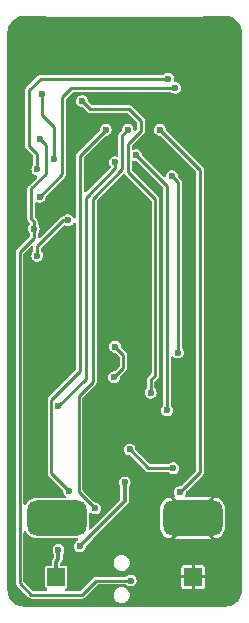
<source format=gbl>
%TF.GenerationSoftware,KiCad,Pcbnew,7.0.1*%
%TF.CreationDate,2023-04-06T09:57:02+02:00*%
%TF.ProjectId,OBJEX-DoorSensor_v1.2,4f424a45-582d-4446-9f6f-7253656e736f,1.2*%
%TF.SameCoordinates,Original*%
%TF.FileFunction,Copper,L2,Bot*%
%TF.FilePolarity,Positive*%
%FSLAX46Y46*%
G04 Gerber Fmt 4.6, Leading zero omitted, Abs format (unit mm)*
G04 Created by KiCad (PCBNEW 7.0.1) date 2023-04-06 09:57:02*
%MOMM*%
%LPD*%
G01*
G04 APERTURE LIST*
G04 Aperture macros list*
%AMRoundRect*
0 Rectangle with rounded corners*
0 $1 Rounding radius*
0 $2 $3 $4 $5 $6 $7 $8 $9 X,Y pos of 4 corners*
0 Add a 4 corners polygon primitive as box body*
4,1,4,$2,$3,$4,$5,$6,$7,$8,$9,$2,$3,0*
0 Add four circle primitives for the rounded corners*
1,1,$1+$1,$2,$3*
1,1,$1+$1,$4,$5*
1,1,$1+$1,$6,$7*
1,1,$1+$1,$8,$9*
0 Add four rect primitives between the rounded corners*
20,1,$1+$1,$2,$3,$4,$5,0*
20,1,$1+$1,$4,$5,$6,$7,0*
20,1,$1+$1,$6,$7,$8,$9,0*
20,1,$1+$1,$8,$9,$2,$3,0*%
G04 Aperture macros list end*
%TA.AperFunction,ComponentPad*%
%ADD10RoundRect,0.750000X-1.750000X-0.750000X1.750000X-0.750000X1.750000X0.750000X-1.750000X0.750000X0*%
%TD*%
%TA.AperFunction,SMDPad,CuDef*%
%ADD11R,1.500000X1.500000*%
%TD*%
%TA.AperFunction,ViaPad*%
%ADD12C,0.600000*%
%TD*%
%TA.AperFunction,Conductor*%
%ADD13C,0.250000*%
%TD*%
%TA.AperFunction,Conductor*%
%ADD14C,0.300000*%
%TD*%
G04 APERTURE END LIST*
D10*
%TO.P,U1,1,-*%
%TO.N,GND*%
X150750000Y-117600000D03*
%TD*%
%TO.P,U10,1,+*%
%TO.N,Net-(D5-A)*%
X139250000Y-117600000D03*
%TD*%
D11*
%TO.P,TP1,1,1*%
%TO.N,Net-(D5-A)*%
X139200000Y-122600000D03*
%TD*%
%TO.P,TP2,1,1*%
%TO.N,GND*%
X150800000Y-122600000D03*
%TD*%
D12*
%TO.N,GND*%
X146500000Y-109250000D03*
X145750000Y-109250000D03*
X145000000Y-109250000D03*
X144000000Y-120000000D03*
X145000000Y-120000000D03*
X146000000Y-120000000D03*
X145000000Y-117250000D03*
X150500000Y-108000000D03*
X150500000Y-108750000D03*
X150500000Y-109500000D03*
X149750000Y-109500000D03*
X150500000Y-96000000D03*
X150500000Y-95000000D03*
X150500000Y-94000000D03*
X150500000Y-93000000D03*
X150500000Y-92000000D03*
X145500000Y-93250000D03*
X146250000Y-93250000D03*
X140500000Y-93250000D03*
X149750000Y-83250000D03*
X148950000Y-84050000D03*
X149750000Y-84050000D03*
X149000000Y-77000000D03*
X148000000Y-77000000D03*
X147000000Y-77000000D03*
X146000000Y-77000000D03*
X145000000Y-77000000D03*
X144000000Y-77000000D03*
X143000000Y-77000000D03*
X142000000Y-77000000D03*
X141000000Y-77000000D03*
X147000000Y-120000000D03*
X147000000Y-119000000D03*
X147000000Y-118000000D03*
X138000000Y-115000000D03*
X137000000Y-115000000D03*
X137000000Y-114000000D03*
X137000000Y-112000000D03*
X138000000Y-111000000D03*
X137000000Y-111000000D03*
X137000000Y-104000000D03*
X137000000Y-103000000D03*
X137000000Y-102000000D03*
X136000000Y-77000000D03*
X137000000Y-77000000D03*
X137000000Y-76000000D03*
X154000000Y-124000000D03*
X154000000Y-123000000D03*
X154000000Y-122000000D03*
X154000000Y-121000000D03*
X154000000Y-120000000D03*
X153000000Y-87000000D03*
X154000000Y-85000000D03*
X154000000Y-86000000D03*
X153000000Y-86000000D03*
X153000000Y-85000000D03*
X153000000Y-96000000D03*
X153000000Y-95000000D03*
X153000000Y-94000000D03*
X153000000Y-93000000D03*
X153000000Y-92000000D03*
%TO.N,/Microcontroller + WiFi-BLE/EN*%
X137300000Y-93100000D03*
X137800000Y-85500000D03*
X145500000Y-122900000D03*
%TO.N,GND*%
X139100000Y-104000000D03*
X143200000Y-95100000D03*
X142400000Y-111500000D03*
X140400000Y-84000000D03*
X143200000Y-99400000D03*
X146500000Y-97600000D03*
X141200000Y-84000000D03*
X140400000Y-83200000D03*
X145700000Y-104900000D03*
X139100000Y-102600000D03*
X144200000Y-104600000D03*
X142500000Y-87600000D03*
X139100000Y-103300000D03*
X142769690Y-107855149D03*
X142500000Y-86900000D03*
X144000000Y-97900000D03*
X144700000Y-97900000D03*
%TO.N,+3V3*%
X148997587Y-88673700D03*
X149500000Y-103600000D03*
%TO.N,/Microcontroller + WiFi-BLE/BATT_LVL*%
X147200000Y-107000000D03*
X141400000Y-82300000D03*
%TO.N,+BATT*%
X141200000Y-120000000D03*
X145000000Y-114600000D03*
%TO.N,Net-(D5-A)*%
X139400000Y-120300000D03*
%TO.N,/Microcontroller + WiFi-BLE/AUTO_TURN_OFF*%
X144200000Y-87500000D03*
X139400000Y-108100000D03*
%TO.N,/Microcontroller + WiFi-BLE/GPIO2*%
X139000000Y-87200000D03*
X138000000Y-81700000D03*
%TO.N,/Microcontroller + WiFi-BLE/LED_RED*%
X149700000Y-115400000D03*
X148000000Y-84750000D03*
%TO.N,Net-(U2-EN)*%
X144100000Y-105700000D03*
X144200000Y-103100000D03*
%TO.N,Net-(U3-OUT)*%
X149100000Y-113400000D03*
X145413902Y-111801883D03*
%TO.N,/Microcontroller + WiFi-BLE/IN_STATUS*%
X146000000Y-86900000D03*
X148600000Y-108500000D03*
%TO.N,/Microcontroller + WiFi-BLE/LED_GREEN*%
X143400000Y-84750000D03*
X140300000Y-115300000D03*
%TO.N,/Microcontroller + WiFi-BLE/LED_BLUE*%
X142500000Y-116800000D03*
X145250000Y-84750000D03*
%TO.N,/Microcontroller + WiFi-BLE/TX{slash}GPIO21*%
X148700000Y-80400000D03*
X137600000Y-88100000D03*
%TO.N,/Microcontroller + WiFi-BLE/RX{slash}GPIO20*%
X137800000Y-90400000D03*
X149300000Y-81200000D03*
%TO.N,/Microcontroller + WiFi-BLE/DTR{slash}GPIO9*%
X140200000Y-92400000D03*
X137600000Y-95400000D03*
%TD*%
D13*
%TO.N,/Microcontroller + WiFi-BLE/LED_BLUE*%
X144800000Y-88100000D02*
X144800000Y-85200000D01*
X142300000Y-90600000D02*
X144800000Y-88100000D01*
X142300000Y-106100000D02*
X142300000Y-90600000D01*
X144800000Y-85200000D02*
X145250000Y-84750000D01*
X142500000Y-116800000D02*
X141100000Y-115400000D01*
X141100000Y-115400000D02*
X141100000Y-107300000D01*
X141100000Y-107300000D02*
X142300000Y-106100000D01*
%TO.N,/Microcontroller + WiFi-BLE/LED_RED*%
X151400000Y-88150000D02*
X148000000Y-84750000D01*
X149700000Y-115400000D02*
X151400000Y-113700000D01*
X151400000Y-113700000D02*
X151400000Y-88150000D01*
%TO.N,/Microcontroller + WiFi-BLE/LED_GREEN*%
X138800000Y-107600000D02*
X141200000Y-105200000D01*
X138800000Y-113800000D02*
X138800000Y-107600000D01*
X140300000Y-115300000D02*
X138800000Y-113800000D01*
X141200000Y-105200000D02*
X141200000Y-86950000D01*
X141200000Y-86950000D02*
X143400000Y-84750000D01*
%TO.N,/Microcontroller + WiFi-BLE/EN*%
X138300000Y-88500000D02*
X137100000Y-89700000D01*
X137100000Y-92300000D02*
X137300000Y-92500000D01*
X141400000Y-124100000D02*
X142600000Y-122900000D01*
X137300000Y-92500000D02*
X137300000Y-93100000D01*
X137300000Y-93900000D02*
X136100000Y-95100000D01*
X138300000Y-86000000D02*
X138300000Y-88500000D01*
X137100000Y-89700000D02*
X137100000Y-92300000D01*
X136100000Y-95100000D02*
X136100000Y-123100000D01*
X137100000Y-124100000D02*
X141400000Y-124100000D01*
X136100000Y-123100000D02*
X137100000Y-124100000D01*
X137300000Y-93100000D02*
X137300000Y-93900000D01*
X137800000Y-85500000D02*
X138300000Y-86000000D01*
X142600000Y-122900000D02*
X145500000Y-122900000D01*
%TO.N,+3V3*%
X148997587Y-88673700D02*
X149500000Y-89176113D01*
X149500000Y-89176113D02*
X149500000Y-103600000D01*
%TO.N,/Microcontroller + WiFi-BLE/BATT_LVL*%
X147200000Y-107000000D02*
X147200000Y-105900000D01*
X145400000Y-83000000D02*
X142100000Y-83000000D01*
X146400000Y-84800000D02*
X146400000Y-84000000D01*
X147600000Y-105500000D02*
X147600000Y-90600000D01*
X146400000Y-84000000D02*
X145400000Y-83000000D01*
X145300000Y-88300000D02*
X145300000Y-85900000D01*
X145300000Y-85900000D02*
X146400000Y-84800000D01*
X147600000Y-90600000D02*
X145300000Y-88300000D01*
X147200000Y-105900000D02*
X147600000Y-105500000D01*
X142100000Y-83000000D02*
X141400000Y-82300000D01*
D14*
%TO.N,+BATT*%
X141200000Y-120000000D02*
X145000000Y-116200000D01*
X145000000Y-116200000D02*
X145000000Y-114600000D01*
%TO.N,Net-(D5-A)*%
X139200000Y-122600000D02*
X139200000Y-121300000D01*
X139400000Y-121100000D02*
X139400000Y-120300000D01*
X139200000Y-121300000D02*
X139400000Y-121100000D01*
D13*
%TO.N,/Microcontroller + WiFi-BLE/AUTO_TURN_OFF*%
X141700000Y-105800000D02*
X141700000Y-98400000D01*
X141700000Y-98400000D02*
X141700000Y-90500000D01*
X144200000Y-88000000D02*
X144200000Y-87500000D01*
X139400000Y-108100000D02*
X141700000Y-105800000D01*
X141700000Y-90500000D02*
X144200000Y-88000000D01*
%TO.N,/Microcontroller + WiFi-BLE/GPIO2*%
X139000000Y-84500000D02*
X138000000Y-83500000D01*
X138000000Y-83500000D02*
X138000000Y-81700000D01*
X139000000Y-84500000D02*
X139000000Y-87200000D01*
%TO.N,Net-(U2-EN)*%
X144900000Y-103800000D02*
X144200000Y-103100000D01*
X144100000Y-105700000D02*
X144900000Y-104900000D01*
X144900000Y-104900000D02*
X144900000Y-103800000D01*
%TO.N,Net-(U3-OUT)*%
X149100000Y-113400000D02*
X147012019Y-113400000D01*
X147012019Y-113400000D02*
X145413902Y-111801883D01*
%TO.N,/Microcontroller + WiFi-BLE/IN_STATUS*%
X148598086Y-108542685D02*
X148598086Y-89498086D01*
X148598086Y-89498086D02*
X146000000Y-86900000D01*
%TO.N,/Microcontroller + WiFi-BLE/TX{slash}GPIO21*%
X137600000Y-86800000D02*
X136900000Y-86100000D01*
X136900000Y-81400000D02*
X137900000Y-80400000D01*
X137900000Y-80400000D02*
X148700000Y-80400000D01*
X136900000Y-86100000D02*
X136900000Y-81400000D01*
X137600000Y-88100000D02*
X137600000Y-86800000D01*
%TO.N,/Microcontroller + WiFi-BLE/RX{slash}GPIO20*%
X139700000Y-88500000D02*
X137800000Y-90400000D01*
X140500000Y-81200000D02*
X139700000Y-82000000D01*
X149300000Y-81200000D02*
X140500000Y-81200000D01*
X139700000Y-82000000D02*
X139700000Y-88500000D01*
%TO.N,/Microcontroller + WiFi-BLE/DTR{slash}GPIO9*%
X137600000Y-94600000D02*
X139800000Y-92400000D01*
X139800000Y-92400000D02*
X140200000Y-92400000D01*
X137600000Y-95400000D02*
X137600000Y-94600000D01*
%TD*%
%TA.AperFunction,Conductor*%
%TO.N,GND*%
G36*
X140808367Y-92588219D02*
G01*
X140856687Y-92633856D01*
X140874500Y-92697889D01*
X140874500Y-105013812D01*
X140865061Y-105061265D01*
X140838181Y-105101493D01*
X138583714Y-107355958D01*
X138575741Y-107363264D01*
X138546806Y-107387544D01*
X138527914Y-107420264D01*
X138522106Y-107429380D01*
X138499831Y-107461193D01*
X138489597Y-107485899D01*
X138482852Y-107524148D01*
X138480512Y-107534704D01*
X138470735Y-107571192D01*
X138474028Y-107608820D01*
X138474500Y-107619628D01*
X138474500Y-113780372D01*
X138474028Y-113791180D01*
X138470735Y-113828807D01*
X138480512Y-113865296D01*
X138482853Y-113875852D01*
X138489599Y-113914107D01*
X138499829Y-113938803D01*
X138500446Y-113939684D01*
X138522112Y-113970627D01*
X138527915Y-113979736D01*
X138546806Y-114012455D01*
X138575742Y-114036735D01*
X138583718Y-114044044D01*
X139757559Y-115217886D01*
X139780762Y-115250063D01*
X139792616Y-115287920D01*
X139814834Y-115442457D01*
X139874623Y-115573374D01*
X139979403Y-115694298D01*
X140008428Y-115757854D01*
X139998484Y-115827012D01*
X139952729Y-115879816D01*
X139885690Y-115899500D01*
X137444862Y-115899500D01*
X137331448Y-115909583D01*
X137290100Y-115921414D01*
X137145594Y-115962762D01*
X137053779Y-116010723D01*
X136974249Y-116052266D01*
X136824429Y-116174429D01*
X136702266Y-116324249D01*
X136659407Y-116406297D01*
X136615091Y-116454116D01*
X136552641Y-116472844D01*
X136489322Y-116457303D01*
X136442640Y-116411789D01*
X136425500Y-116348884D01*
X136425500Y-95286188D01*
X136434939Y-95238735D01*
X136461819Y-95198507D01*
X137062819Y-94597507D01*
X137112182Y-94567257D01*
X137169898Y-94562715D01*
X137223385Y-94584870D01*
X137260985Y-94628893D01*
X137274500Y-94685188D01*
X137274500Y-94965112D01*
X137266682Y-95008445D01*
X137244213Y-95046314D01*
X137174623Y-95126625D01*
X137114834Y-95257542D01*
X137094353Y-95399999D01*
X137114834Y-95542457D01*
X137174623Y-95673374D01*
X137268870Y-95782141D01*
X137268872Y-95782143D01*
X137389947Y-95859953D01*
X137528039Y-95900500D01*
X137671961Y-95900500D01*
X137810053Y-95859953D01*
X137931128Y-95782143D01*
X138025377Y-95673373D01*
X138085165Y-95542457D01*
X138105647Y-95400000D01*
X138085165Y-95257543D01*
X138074790Y-95234826D01*
X138025376Y-95126625D01*
X137955787Y-95046314D01*
X137933318Y-95008445D01*
X137925500Y-94965112D01*
X137925500Y-94786188D01*
X137934939Y-94738735D01*
X137961819Y-94698507D01*
X138300540Y-94359786D01*
X139803883Y-92856441D01*
X139851005Y-92826944D01*
X139906283Y-92821001D01*
X139958600Y-92839807D01*
X139989947Y-92859953D01*
X140128039Y-92900500D01*
X140271961Y-92900500D01*
X140410053Y-92859953D01*
X140531128Y-92782143D01*
X140625377Y-92673373D01*
X140637705Y-92646377D01*
X140680509Y-92595530D01*
X140743421Y-92574091D01*
X140808367Y-92588219D01*
G37*
%TD.AperFunction*%
%TA.AperFunction,Conductor*%
G36*
X138338000Y-75092113D02*
G01*
X138383387Y-75137500D01*
X138400000Y-75199500D01*
X138400000Y-75200000D01*
X151600000Y-75200000D01*
X151600000Y-75199500D01*
X151616613Y-75137500D01*
X151662000Y-75092113D01*
X151724000Y-75075500D01*
X153475469Y-75075500D01*
X153495125Y-75075500D01*
X153504853Y-75075881D01*
X153713117Y-75092272D01*
X153732326Y-75095315D01*
X153930712Y-75142943D01*
X153949204Y-75148951D01*
X154099740Y-75211305D01*
X154137694Y-75227027D01*
X154155024Y-75235856D01*
X154328990Y-75342463D01*
X154344714Y-75353887D01*
X154499865Y-75486398D01*
X154513601Y-75500134D01*
X154646110Y-75655283D01*
X154657538Y-75671011D01*
X154764139Y-75844968D01*
X154772972Y-75862305D01*
X154851045Y-76050788D01*
X154857058Y-76069294D01*
X154904683Y-76267668D01*
X154907727Y-76286886D01*
X154924118Y-76495146D01*
X154924500Y-76504875D01*
X154924500Y-123684458D01*
X154924117Y-123694190D01*
X154907721Y-123902450D01*
X154904677Y-123921668D01*
X154857049Y-124120034D01*
X154851036Y-124138539D01*
X154772961Y-124327016D01*
X154764127Y-124344353D01*
X154657529Y-124518298D01*
X154646092Y-124534039D01*
X154513598Y-124689165D01*
X154499840Y-124702923D01*
X154344709Y-124835415D01*
X154328967Y-124846852D01*
X154155017Y-124953446D01*
X154137680Y-124962279D01*
X153949205Y-125040346D01*
X153930700Y-125046359D01*
X153732327Y-125093984D01*
X153713109Y-125097028D01*
X153569002Y-125108369D01*
X153504342Y-125113458D01*
X153494620Y-125113840D01*
X136504875Y-125113840D01*
X136495146Y-125113458D01*
X136286884Y-125097067D01*
X136267666Y-125094023D01*
X136069286Y-125046397D01*
X136050781Y-125040384D01*
X135862301Y-124962315D01*
X135844964Y-124953482D01*
X135671010Y-124846885D01*
X135655268Y-124835448D01*
X135500131Y-124702951D01*
X135486373Y-124689193D01*
X135353872Y-124534060D01*
X135342435Y-124518318D01*
X135235838Y-124344373D01*
X135227004Y-124327038D01*
X135226995Y-124327016D01*
X135148922Y-124138543D01*
X135142912Y-124120046D01*
X135095279Y-123921657D01*
X135092239Y-123902473D01*
X135075880Y-123694685D01*
X135075500Y-123684979D01*
X135075500Y-123128807D01*
X135770735Y-123128807D01*
X135780512Y-123165296D01*
X135782853Y-123175852D01*
X135789599Y-123214107D01*
X135799829Y-123238803D01*
X135800446Y-123239684D01*
X135822112Y-123270627D01*
X135827915Y-123279736D01*
X135846806Y-123312455D01*
X135875742Y-123336735D01*
X135883718Y-123344044D01*
X136855950Y-124316276D01*
X136863258Y-124324250D01*
X136887545Y-124353194D01*
X136911594Y-124367079D01*
X136920256Y-124372080D01*
X136929379Y-124377892D01*
X136960316Y-124399554D01*
X136960317Y-124399554D01*
X136961198Y-124400171D01*
X136985891Y-124410400D01*
X136986954Y-124410587D01*
X136986955Y-124410588D01*
X137024143Y-124417145D01*
X137034701Y-124419485D01*
X137071193Y-124429264D01*
X137108823Y-124425971D01*
X137119630Y-124425500D01*
X141380373Y-124425500D01*
X141391180Y-124425971D01*
X141428807Y-124429264D01*
X141465324Y-124419478D01*
X141475830Y-124417149D01*
X141513045Y-124410588D01*
X141513047Y-124410586D01*
X141514112Y-124410399D01*
X141538799Y-124400173D01*
X141539682Y-124399554D01*
X141539684Y-124399554D01*
X141570625Y-124377887D01*
X141579722Y-124372091D01*
X141612455Y-124353194D01*
X141636748Y-124324241D01*
X141644035Y-124316289D01*
X141728303Y-124232021D01*
X144074500Y-124232021D01*
X144113758Y-124391295D01*
X144189992Y-124536546D01*
X144189994Y-124536549D01*
X144298769Y-124659331D01*
X144361923Y-124702923D01*
X144433774Y-124752518D01*
X144587155Y-124810688D01*
X144709143Y-124825500D01*
X144790856Y-124825500D01*
X144790857Y-124825500D01*
X144912845Y-124810688D01*
X145066226Y-124752518D01*
X145201229Y-124659332D01*
X145310008Y-124536546D01*
X145386242Y-124391295D01*
X145425500Y-124232021D01*
X145425500Y-124067979D01*
X145386242Y-123908705D01*
X145310008Y-123763454D01*
X145310005Y-123763451D01*
X145310005Y-123763450D01*
X145201230Y-123640668D01*
X145066225Y-123547481D01*
X144912845Y-123489312D01*
X144790857Y-123474500D01*
X144709143Y-123474500D01*
X144648149Y-123481905D01*
X144587154Y-123489312D01*
X144433774Y-123547481D01*
X144298769Y-123640668D01*
X144189994Y-123763450D01*
X144184195Y-123774500D01*
X144113758Y-123908705D01*
X144074500Y-124067979D01*
X144074500Y-124232021D01*
X141728303Y-124232021D01*
X142698507Y-123261819D01*
X142738736Y-123234939D01*
X142786189Y-123225500D01*
X145063162Y-123225500D01*
X145114675Y-123236706D01*
X145156874Y-123268297D01*
X145168872Y-123282143D01*
X145289947Y-123359953D01*
X145428039Y-123400500D01*
X145571961Y-123400500D01*
X145710053Y-123359953D01*
X145831128Y-123282143D01*
X145925377Y-123173373D01*
X145985165Y-123042457D01*
X146005647Y-122900000D01*
X145985165Y-122757543D01*
X145970303Y-122725000D01*
X149800000Y-122725000D01*
X149800000Y-123374625D01*
X149814504Y-123447543D01*
X149869760Y-123530239D01*
X149952456Y-123585495D01*
X150025375Y-123600000D01*
X150675000Y-123600000D01*
X150675000Y-122725000D01*
X150925000Y-122725000D01*
X150925000Y-123600000D01*
X151574625Y-123600000D01*
X151647543Y-123585495D01*
X151730239Y-123530239D01*
X151785495Y-123447543D01*
X151800000Y-123374625D01*
X151800000Y-122725000D01*
X150925000Y-122725000D01*
X150675000Y-122725000D01*
X149800000Y-122725000D01*
X145970303Y-122725000D01*
X145949698Y-122679883D01*
X145925376Y-122626625D01*
X145831129Y-122517858D01*
X145831128Y-122517857D01*
X145764441Y-122475000D01*
X149800000Y-122475000D01*
X150675000Y-122475000D01*
X150675000Y-121600000D01*
X150925000Y-121600000D01*
X150925000Y-122475000D01*
X151800000Y-122475000D01*
X151800000Y-121825375D01*
X151785495Y-121752456D01*
X151730239Y-121669760D01*
X151647543Y-121614504D01*
X151574625Y-121600000D01*
X150925000Y-121600000D01*
X150675000Y-121600000D01*
X150025375Y-121600000D01*
X149952456Y-121614504D01*
X149869760Y-121669760D01*
X149814504Y-121752456D01*
X149800000Y-121825375D01*
X149800000Y-122475000D01*
X145764441Y-122475000D01*
X145710053Y-122440047D01*
X145571961Y-122399500D01*
X145428039Y-122399500D01*
X145289947Y-122440047D01*
X145168873Y-122517856D01*
X145168872Y-122517856D01*
X145168872Y-122517857D01*
X145156874Y-122531702D01*
X145114675Y-122563294D01*
X145063162Y-122574500D01*
X142619619Y-122574500D01*
X142608812Y-122574028D01*
X142606298Y-122573808D01*
X142571191Y-122570736D01*
X142534710Y-122580511D01*
X142524155Y-122582852D01*
X142512814Y-122584851D01*
X142486955Y-122589412D01*
X142486953Y-122589412D01*
X142485897Y-122589599D01*
X142461192Y-122599832D01*
X142429378Y-122622107D01*
X142420261Y-122627915D01*
X142387545Y-122646804D01*
X142363262Y-122675743D01*
X142355956Y-122683715D01*
X141301493Y-123738181D01*
X141261265Y-123765061D01*
X141213812Y-123774500D01*
X140084354Y-123774500D01*
X140023765Y-123758690D01*
X139978627Y-123715290D01*
X139960450Y-123655368D01*
X139973869Y-123594205D01*
X140015463Y-123547398D01*
X140028229Y-123538867D01*
X140028231Y-123538867D01*
X140094552Y-123494552D01*
X140138867Y-123428231D01*
X140150500Y-123369748D01*
X140150500Y-121830252D01*
X140138867Y-121771769D01*
X140125962Y-121752456D01*
X140094552Y-121705447D01*
X140028230Y-121661132D01*
X139969749Y-121649500D01*
X139969748Y-121649500D01*
X139674500Y-121649500D01*
X139612500Y-121632887D01*
X139567113Y-121587500D01*
X139550500Y-121525500D01*
X139550500Y-121496544D01*
X139553389Y-121482021D01*
X144074500Y-121482021D01*
X144113758Y-121641295D01*
X144189992Y-121786546D01*
X144189994Y-121786549D01*
X144298769Y-121909331D01*
X144433774Y-122002518D01*
X144587155Y-122060688D01*
X144709143Y-122075500D01*
X144790856Y-122075500D01*
X144790857Y-122075500D01*
X144912845Y-122060688D01*
X145066226Y-122002518D01*
X145201229Y-121909332D01*
X145310008Y-121786546D01*
X145386242Y-121641295D01*
X145425500Y-121482021D01*
X145425500Y-121317979D01*
X145386242Y-121158705D01*
X145310008Y-121013454D01*
X145310005Y-121013451D01*
X145310005Y-121013450D01*
X145201230Y-120890668D01*
X145066225Y-120797481D01*
X144912845Y-120739312D01*
X144790857Y-120724500D01*
X144709143Y-120724500D01*
X144648149Y-120731905D01*
X144587154Y-120739312D01*
X144433774Y-120797481D01*
X144298769Y-120890668D01*
X144189994Y-121013450D01*
X144189991Y-121013454D01*
X144189992Y-121013454D01*
X144113758Y-121158705D01*
X144074500Y-121317979D01*
X144074500Y-121482021D01*
X139553389Y-121482021D01*
X139559938Y-121449092D01*
X139586817Y-121408864D01*
X139613048Y-121382632D01*
X139632903Y-121366510D01*
X139640669Y-121361437D01*
X139658496Y-121338531D01*
X139668228Y-121327511D01*
X139668370Y-121327311D01*
X139668376Y-121327306D01*
X139679586Y-121311603D01*
X139682600Y-121307561D01*
X139712517Y-121269126D01*
X139712517Y-121269124D01*
X139717107Y-121263228D01*
X139719238Y-121256067D01*
X139719240Y-121256066D01*
X139733129Y-121209412D01*
X139734679Y-121204569D01*
X139750500Y-121158488D01*
X139750500Y-121158484D01*
X139752925Y-121151420D01*
X139752616Y-121143955D01*
X139752617Y-121143954D01*
X139750606Y-121095321D01*
X139750500Y-121090198D01*
X139750500Y-120706036D01*
X139758318Y-120662703D01*
X139780787Y-120624834D01*
X139825376Y-120573374D01*
X139825375Y-120573374D01*
X139825377Y-120573373D01*
X139885165Y-120442457D01*
X139905647Y-120300000D01*
X139885165Y-120157543D01*
X139878275Y-120142457D01*
X139834908Y-120047497D01*
X139825377Y-120026627D01*
X139825376Y-120026626D01*
X139825376Y-120026625D01*
X139731129Y-119917858D01*
X139731128Y-119917857D01*
X139610053Y-119840047D01*
X139471961Y-119799500D01*
X139328039Y-119799500D01*
X139189947Y-119840047D01*
X139068870Y-119917858D01*
X138974623Y-120026625D01*
X138914834Y-120157542D01*
X138894353Y-120300000D01*
X138914834Y-120442457D01*
X138974623Y-120573374D01*
X139019213Y-120624834D01*
X139041682Y-120662703D01*
X139049500Y-120706036D01*
X139049500Y-120903454D01*
X139040061Y-120950908D01*
X139013180Y-120991137D01*
X138986951Y-121017365D01*
X138967101Y-121033485D01*
X138959332Y-121038561D01*
X138941500Y-121061471D01*
X138931765Y-121072496D01*
X138920441Y-121088357D01*
X138917392Y-121092445D01*
X138900954Y-121113566D01*
X138882891Y-121136773D01*
X138866871Y-121190582D01*
X138865309Y-121195458D01*
X138847074Y-121248577D01*
X138849394Y-121304668D01*
X138849500Y-121309792D01*
X138849500Y-121525500D01*
X138832887Y-121587500D01*
X138787500Y-121632887D01*
X138725500Y-121649500D01*
X138430251Y-121649500D01*
X138371769Y-121661132D01*
X138305447Y-121705447D01*
X138261132Y-121771769D01*
X138249500Y-121830251D01*
X138249500Y-123369749D01*
X138261132Y-123428230D01*
X138301946Y-123489312D01*
X138305448Y-123494552D01*
X138371769Y-123538867D01*
X138384537Y-123547398D01*
X138426131Y-123594205D01*
X138439550Y-123655368D01*
X138421373Y-123715290D01*
X138376235Y-123758690D01*
X138315646Y-123774500D01*
X137286188Y-123774500D01*
X137238735Y-123765061D01*
X137198507Y-123738181D01*
X136461819Y-123001493D01*
X136434939Y-122961265D01*
X136425500Y-122913812D01*
X136425500Y-118851116D01*
X136442640Y-118788211D01*
X136489322Y-118742697D01*
X136552641Y-118727156D01*
X136615091Y-118745884D01*
X136659407Y-118793702D01*
X136702266Y-118875751D01*
X136824429Y-119025571D01*
X136974249Y-119147734D01*
X137145594Y-119237237D01*
X137331448Y-119290417D01*
X137444862Y-119300500D01*
X137444864Y-119300500D01*
X140943331Y-119300500D01*
X141010370Y-119320184D01*
X141056125Y-119372988D01*
X141066069Y-119442146D01*
X141037045Y-119505702D01*
X141003090Y-119527523D01*
X141004945Y-119530409D01*
X140989948Y-119540046D01*
X140989947Y-119540047D01*
X140912364Y-119589905D01*
X140868870Y-119617858D01*
X140774623Y-119726625D01*
X140714834Y-119857542D01*
X140694353Y-119999999D01*
X140714834Y-120142457D01*
X140774623Y-120273374D01*
X140797694Y-120299999D01*
X140868872Y-120382143D01*
X140989947Y-120459953D01*
X141128039Y-120500500D01*
X141271961Y-120500500D01*
X141410053Y-120459953D01*
X141531128Y-120382143D01*
X141625377Y-120273373D01*
X141685165Y-120142457D01*
X141701447Y-120029206D01*
X141713300Y-119991354D01*
X141736500Y-119959180D01*
X142345681Y-119349999D01*
X149176776Y-119349999D01*
X149176777Y-119350000D01*
X152323223Y-119350000D01*
X152323223Y-119349999D01*
X150750000Y-117776777D01*
X149176776Y-119349999D01*
X142345681Y-119349999D01*
X143287680Y-118408000D01*
X148000000Y-118408000D01*
X148010609Y-118527329D01*
X148066557Y-118722862D01*
X148160723Y-118903131D01*
X148289247Y-119060752D01*
X148446868Y-119189276D01*
X148627138Y-119283442D01*
X148822671Y-119339391D01*
X148832918Y-119340302D01*
X148832920Y-119340301D01*
X150573223Y-117600001D01*
X150573223Y-117600000D01*
X150926777Y-117600000D01*
X152667079Y-119340302D01*
X152677327Y-119339391D01*
X152872862Y-119283442D01*
X153053131Y-119189276D01*
X153210752Y-119060752D01*
X153339276Y-118903131D01*
X153433442Y-118722862D01*
X153489390Y-118527329D01*
X153500000Y-118408000D01*
X153500000Y-116792000D01*
X153489390Y-116672670D01*
X153433442Y-116477137D01*
X153339276Y-116296868D01*
X153210752Y-116139247D01*
X153053131Y-116010723D01*
X152872862Y-115916557D01*
X152677327Y-115860608D01*
X152667079Y-115859697D01*
X152667078Y-115859697D01*
X150926777Y-117600000D01*
X150573223Y-117600000D01*
X148832920Y-115859696D01*
X148822672Y-115860608D01*
X148627137Y-115916557D01*
X148446868Y-116010723D01*
X148289247Y-116139247D01*
X148160723Y-116296868D01*
X148066557Y-116477137D01*
X148010609Y-116672670D01*
X148000000Y-116792000D01*
X148000000Y-118408000D01*
X143287680Y-118408000D01*
X145213046Y-116482634D01*
X145232903Y-116466510D01*
X145240669Y-116461437D01*
X145258496Y-116438531D01*
X145268228Y-116427511D01*
X145268370Y-116427311D01*
X145268376Y-116427306D01*
X145279586Y-116411603D01*
X145282600Y-116407561D01*
X145312517Y-116369126D01*
X145312517Y-116369123D01*
X145317105Y-116363230D01*
X145319236Y-116356071D01*
X145319240Y-116356066D01*
X145333149Y-116309342D01*
X145334691Y-116304534D01*
X145350500Y-116258488D01*
X145350500Y-116258485D01*
X145352926Y-116251419D01*
X145352617Y-116243955D01*
X145352618Y-116243953D01*
X145350605Y-116195306D01*
X145350500Y-116190183D01*
X145350500Y-115006036D01*
X145358318Y-114962703D01*
X145380787Y-114924834D01*
X145425376Y-114873374D01*
X145425375Y-114873374D01*
X145425377Y-114873373D01*
X145485165Y-114742457D01*
X145505647Y-114600000D01*
X145485165Y-114457543D01*
X145425377Y-114326627D01*
X145425376Y-114326626D01*
X145425376Y-114326625D01*
X145331129Y-114217858D01*
X145331128Y-114217857D01*
X145210053Y-114140047D01*
X145071961Y-114099500D01*
X144928039Y-114099500D01*
X144789947Y-114140047D01*
X144668870Y-114217858D01*
X144574623Y-114326625D01*
X144514834Y-114457542D01*
X144494353Y-114600000D01*
X144514834Y-114742457D01*
X144574623Y-114873374D01*
X144619213Y-114924834D01*
X144641682Y-114962703D01*
X144649500Y-115006036D01*
X144649500Y-116003456D01*
X144640061Y-116050909D01*
X144613181Y-116091137D01*
X142157905Y-118546412D01*
X142106445Y-118577323D01*
X142046495Y-118580439D01*
X141992107Y-118555031D01*
X141956027Y-118507053D01*
X141946711Y-118447751D01*
X141950500Y-118405138D01*
X141950500Y-117262586D01*
X141964830Y-117204719D01*
X142004509Y-117160228D01*
X142060365Y-117139394D01*
X142119488Y-117147035D01*
X142168212Y-117181383D01*
X142168869Y-117182141D01*
X142168871Y-117182142D01*
X142168872Y-117182143D01*
X142289947Y-117259953D01*
X142428039Y-117300500D01*
X142571961Y-117300500D01*
X142710053Y-117259953D01*
X142831128Y-117182143D01*
X142925377Y-117073373D01*
X142985165Y-116942457D01*
X143005647Y-116800000D01*
X142985165Y-116657543D01*
X142925377Y-116526627D01*
X142925376Y-116526626D01*
X142925376Y-116526625D01*
X142831129Y-116417858D01*
X142831128Y-116417857D01*
X142710053Y-116340047D01*
X142571961Y-116299500D01*
X142511188Y-116299500D01*
X142463735Y-116290061D01*
X142423507Y-116263181D01*
X141461819Y-115301493D01*
X141434939Y-115261265D01*
X141425500Y-115213812D01*
X141425500Y-111801883D01*
X144908255Y-111801883D01*
X144928736Y-111944340D01*
X144988525Y-112075257D01*
X145082772Y-112184024D01*
X145082774Y-112184026D01*
X145203849Y-112261836D01*
X145341941Y-112302383D01*
X145402714Y-112302383D01*
X145450167Y-112311822D01*
X145490395Y-112338702D01*
X146767969Y-113616276D01*
X146775277Y-113624250D01*
X146799564Y-113653194D01*
X146820314Y-113665174D01*
X146832275Y-113672080D01*
X146841398Y-113677892D01*
X146851854Y-113685213D01*
X146872335Y-113699554D01*
X146872336Y-113699554D01*
X146873217Y-113700171D01*
X146897910Y-113710400D01*
X146898973Y-113710587D01*
X146898974Y-113710588D01*
X146936162Y-113717145D01*
X146946720Y-113719485D01*
X146983212Y-113729264D01*
X147020842Y-113725971D01*
X147031649Y-113725500D01*
X148663162Y-113725500D01*
X148714675Y-113736706D01*
X148756874Y-113768297D01*
X148768872Y-113782143D01*
X148889947Y-113859953D01*
X149028039Y-113900500D01*
X149171961Y-113900500D01*
X149310053Y-113859953D01*
X149431128Y-113782143D01*
X149525377Y-113673373D01*
X149585165Y-113542457D01*
X149605647Y-113400000D01*
X149585165Y-113257543D01*
X149525377Y-113126627D01*
X149525376Y-113126626D01*
X149525376Y-113126625D01*
X149431129Y-113017858D01*
X149431128Y-113017857D01*
X149310053Y-112940047D01*
X149171961Y-112899500D01*
X149028039Y-112899500D01*
X148889947Y-112940047D01*
X148768873Y-113017856D01*
X148768872Y-113017856D01*
X148768872Y-113017857D01*
X148756874Y-113031702D01*
X148714675Y-113063294D01*
X148663162Y-113074500D01*
X147198207Y-113074500D01*
X147150754Y-113065061D01*
X147110526Y-113038181D01*
X145956342Y-111883997D01*
X145933139Y-111851820D01*
X145921285Y-111813962D01*
X145919548Y-111801885D01*
X145919549Y-111801883D01*
X145899067Y-111659426D01*
X145839279Y-111528510D01*
X145839278Y-111528509D01*
X145839278Y-111528508D01*
X145745031Y-111419741D01*
X145745030Y-111419740D01*
X145623955Y-111341930D01*
X145485863Y-111301383D01*
X145341941Y-111301383D01*
X145203849Y-111341930D01*
X145082772Y-111419741D01*
X144988525Y-111528508D01*
X144928736Y-111659425D01*
X144908255Y-111801883D01*
X141425500Y-111801883D01*
X141425500Y-107486188D01*
X141434939Y-107438735D01*
X141461819Y-107398507D01*
X141860327Y-106999999D01*
X142516296Y-106344029D01*
X142524249Y-106336741D01*
X142553194Y-106312455D01*
X142572082Y-106279738D01*
X142577881Y-106270635D01*
X142599554Y-106239684D01*
X142599554Y-106239682D01*
X142600173Y-106238799D01*
X142610398Y-106214112D01*
X142610585Y-106213049D01*
X142610588Y-106213045D01*
X142617150Y-106175822D01*
X142619479Y-106165316D01*
X142629263Y-106128807D01*
X142625971Y-106091188D01*
X142625500Y-106080382D01*
X142625500Y-105700000D01*
X143594353Y-105700000D01*
X143614834Y-105842457D01*
X143674623Y-105973374D01*
X143731259Y-106038735D01*
X143768872Y-106082143D01*
X143889947Y-106159953D01*
X144028039Y-106200500D01*
X144171961Y-106200500D01*
X144310053Y-106159953D01*
X144431128Y-106082143D01*
X144525377Y-105973373D01*
X144585165Y-105842457D01*
X144605647Y-105700000D01*
X144605646Y-105699996D01*
X144607383Y-105687919D01*
X144619237Y-105650061D01*
X144642437Y-105617887D01*
X145116290Y-105144034D01*
X145124258Y-105136734D01*
X145153192Y-105112457D01*
X145153192Y-105112456D01*
X145153194Y-105112455D01*
X145172091Y-105079722D01*
X145177887Y-105070625D01*
X145199554Y-105039684D01*
X145199554Y-105039682D01*
X145200173Y-105038799D01*
X145210399Y-105014112D01*
X145210586Y-105013047D01*
X145210588Y-105013045D01*
X145217149Y-104975830D01*
X145219478Y-104965324D01*
X145229264Y-104928807D01*
X145225971Y-104891176D01*
X145225500Y-104880370D01*
X145225500Y-103819616D01*
X145225972Y-103808808D01*
X145229263Y-103771193D01*
X145219486Y-103734706D01*
X145217145Y-103724143D01*
X145210402Y-103685901D01*
X145200169Y-103661195D01*
X145177894Y-103629382D01*
X145172083Y-103620261D01*
X145153194Y-103587545D01*
X145124261Y-103563267D01*
X145116286Y-103555959D01*
X144742440Y-103182113D01*
X144719237Y-103149936D01*
X144707383Y-103112078D01*
X144685165Y-102957542D01*
X144625376Y-102826625D01*
X144531129Y-102717858D01*
X144531128Y-102717857D01*
X144410053Y-102640047D01*
X144271961Y-102599500D01*
X144128039Y-102599500D01*
X143989947Y-102640047D01*
X143868870Y-102717858D01*
X143774623Y-102826625D01*
X143714834Y-102957542D01*
X143694353Y-103100000D01*
X143714834Y-103242457D01*
X143774623Y-103373374D01*
X143847555Y-103457542D01*
X143868872Y-103482143D01*
X143989947Y-103559953D01*
X144128039Y-103600500D01*
X144188812Y-103600500D01*
X144236265Y-103609939D01*
X144276493Y-103636819D01*
X144538181Y-103898508D01*
X144565061Y-103938736D01*
X144574500Y-103986189D01*
X144574500Y-104713812D01*
X144565061Y-104761265D01*
X144538181Y-104801493D01*
X144176493Y-105163181D01*
X144136265Y-105190061D01*
X144088812Y-105199500D01*
X144028039Y-105199500D01*
X143889947Y-105240047D01*
X143768870Y-105317858D01*
X143674623Y-105426625D01*
X143614834Y-105557542D01*
X143594353Y-105700000D01*
X142625500Y-105700000D01*
X142625500Y-90786188D01*
X142634939Y-90738735D01*
X142661819Y-90698507D01*
X143146152Y-90214174D01*
X144859724Y-88500600D01*
X144907545Y-88470864D01*
X144963589Y-88465344D01*
X145016295Y-88485182D01*
X145029404Y-88499178D01*
X145030057Y-88498401D01*
X145046805Y-88512454D01*
X145046806Y-88512455D01*
X145069195Y-88531242D01*
X145075742Y-88536735D01*
X145083718Y-88544044D01*
X147238181Y-90698508D01*
X147265061Y-90738736D01*
X147274500Y-90786189D01*
X147274500Y-105313811D01*
X147265061Y-105361264D01*
X147238181Y-105401492D01*
X146983714Y-105655958D01*
X146975741Y-105663264D01*
X146946806Y-105687544D01*
X146927914Y-105720264D01*
X146922106Y-105729380D01*
X146899831Y-105761193D01*
X146889597Y-105785899D01*
X146882852Y-105824148D01*
X146880512Y-105834704D01*
X146870735Y-105871192D01*
X146874028Y-105908820D01*
X146874500Y-105919628D01*
X146874500Y-106565112D01*
X146866682Y-106608445D01*
X146844213Y-106646314D01*
X146774623Y-106726625D01*
X146714834Y-106857542D01*
X146694353Y-106999999D01*
X146714834Y-107142457D01*
X146774623Y-107273374D01*
X146852513Y-107363264D01*
X146868872Y-107382143D01*
X146989947Y-107459953D01*
X147128039Y-107500500D01*
X147271961Y-107500500D01*
X147410053Y-107459953D01*
X147531128Y-107382143D01*
X147625377Y-107273373D01*
X147685165Y-107142457D01*
X147705647Y-107000000D01*
X147685165Y-106857543D01*
X147625377Y-106726627D01*
X147625376Y-106726626D01*
X147625376Y-106726625D01*
X147555787Y-106646314D01*
X147533318Y-106608445D01*
X147525500Y-106565112D01*
X147525500Y-106086188D01*
X147534939Y-106038735D01*
X147561819Y-105998507D01*
X147651506Y-105908820D01*
X147816296Y-105744029D01*
X147824250Y-105736740D01*
X147853194Y-105712455D01*
X147872102Y-105679703D01*
X147877878Y-105670638D01*
X147899553Y-105639684D01*
X147899553Y-105639681D01*
X147900171Y-105638800D01*
X147910400Y-105614105D01*
X147910586Y-105613047D01*
X147910588Y-105613045D01*
X147917150Y-105575824D01*
X147919480Y-105565312D01*
X147929263Y-105528807D01*
X147925971Y-105491188D01*
X147925500Y-105480382D01*
X147925500Y-90619619D01*
X147925972Y-90608812D01*
X147929263Y-90571191D01*
X147919486Y-90534704D01*
X147917144Y-90524140D01*
X147910400Y-90485891D01*
X147900173Y-90461201D01*
X147899554Y-90460317D01*
X147899554Y-90460316D01*
X147877878Y-90429360D01*
X147872085Y-90420266D01*
X147853194Y-90387545D01*
X147824261Y-90363267D01*
X147816286Y-90355959D01*
X145661819Y-88201493D01*
X145634939Y-88161265D01*
X145625500Y-88113812D01*
X145625500Y-87477311D01*
X145638616Y-87421806D01*
X145675190Y-87378044D01*
X145727483Y-87355281D01*
X145784435Y-87358334D01*
X145789945Y-87359952D01*
X145789947Y-87359953D01*
X145928039Y-87400500D01*
X145988812Y-87400500D01*
X146036265Y-87409939D01*
X146076493Y-87436819D01*
X148236267Y-89596594D01*
X148263147Y-89636822D01*
X148272586Y-89684275D01*
X148272586Y-108067322D01*
X148264768Y-108110656D01*
X148242300Y-108148522D01*
X148184686Y-108215012D01*
X148174622Y-108226628D01*
X148114834Y-108357542D01*
X148094353Y-108500000D01*
X148114834Y-108642457D01*
X148174623Y-108773374D01*
X148268870Y-108882141D01*
X148268872Y-108882143D01*
X148389947Y-108959953D01*
X148528039Y-109000500D01*
X148671961Y-109000500D01*
X148810053Y-108959953D01*
X148931128Y-108882143D01*
X149025377Y-108773373D01*
X149085165Y-108642457D01*
X149105647Y-108500000D01*
X149085165Y-108357543D01*
X149025377Y-108226627D01*
X148953871Y-108144104D01*
X148931404Y-108106237D01*
X148923586Y-108062904D01*
X148923586Y-104031525D01*
X148937916Y-103973658D01*
X148977595Y-103929166D01*
X149033451Y-103908333D01*
X149092575Y-103915974D01*
X149141299Y-103950323D01*
X149168869Y-103982141D01*
X149168871Y-103982142D01*
X149168872Y-103982143D01*
X149289947Y-104059953D01*
X149428039Y-104100500D01*
X149571961Y-104100500D01*
X149710053Y-104059953D01*
X149831128Y-103982143D01*
X149925377Y-103873373D01*
X149985165Y-103742457D01*
X150005647Y-103600000D01*
X149985165Y-103457543D01*
X149946725Y-103373373D01*
X149925376Y-103326625D01*
X149855787Y-103246314D01*
X149833318Y-103208445D01*
X149825500Y-103165112D01*
X149825500Y-89195732D01*
X149825972Y-89184925D01*
X149829263Y-89147304D01*
X149819486Y-89110817D01*
X149817144Y-89100253D01*
X149810400Y-89062004D01*
X149800173Y-89037314D01*
X149799554Y-89036430D01*
X149799554Y-89036429D01*
X149777878Y-89005473D01*
X149772085Y-88996379D01*
X149753194Y-88963658D01*
X149724261Y-88939380D01*
X149716286Y-88932072D01*
X149540027Y-88755813D01*
X149516824Y-88723636D01*
X149504970Y-88685778D01*
X149502791Y-88670623D01*
X149486880Y-88559953D01*
X149482752Y-88531242D01*
X149428772Y-88413045D01*
X149422964Y-88400327D01*
X149422963Y-88400326D01*
X149422963Y-88400325D01*
X149328716Y-88291558D01*
X149328715Y-88291557D01*
X149207640Y-88213747D01*
X149069548Y-88173200D01*
X148925626Y-88173200D01*
X148787534Y-88213747D01*
X148666457Y-88291558D01*
X148572210Y-88400325D01*
X148512421Y-88531242D01*
X148494773Y-88653993D01*
X148467182Y-88715863D01*
X148411194Y-88754000D01*
X148343518Y-88757022D01*
X148284354Y-88724027D01*
X146542440Y-86982113D01*
X146519237Y-86949936D01*
X146507383Y-86912078D01*
X146503447Y-86884704D01*
X146485165Y-86757543D01*
X146472351Y-86729485D01*
X146425376Y-86626625D01*
X146331129Y-86517858D01*
X146331128Y-86517857D01*
X146210053Y-86440047D01*
X146071961Y-86399500D01*
X145928039Y-86399500D01*
X145789947Y-86440047D01*
X145789945Y-86440047D01*
X145784435Y-86441666D01*
X145727483Y-86444719D01*
X145675190Y-86421956D01*
X145638616Y-86378194D01*
X145625500Y-86322689D01*
X145625500Y-86086188D01*
X145634939Y-86038735D01*
X145661819Y-85998507D01*
X145886953Y-85773373D01*
X146616290Y-85044034D01*
X146624258Y-85036734D01*
X146653192Y-85012457D01*
X146653192Y-85012456D01*
X146653194Y-85012455D01*
X146672091Y-84979722D01*
X146677887Y-84970625D01*
X146699554Y-84939684D01*
X146699554Y-84939682D01*
X146700173Y-84938799D01*
X146710399Y-84914112D01*
X146710586Y-84913047D01*
X146710588Y-84913045D01*
X146717149Y-84875830D01*
X146719478Y-84865324D01*
X146729264Y-84828807D01*
X146725971Y-84791180D01*
X146725500Y-84780373D01*
X146725500Y-84750000D01*
X147494353Y-84750000D01*
X147514834Y-84892457D01*
X147574623Y-85023374D01*
X147656493Y-85117857D01*
X147668872Y-85132143D01*
X147789947Y-85209953D01*
X147928039Y-85250500D01*
X147988812Y-85250500D01*
X148036265Y-85259939D01*
X148076493Y-85286819D01*
X151038181Y-88248507D01*
X151065061Y-88288735D01*
X151074500Y-88336188D01*
X151074500Y-113513812D01*
X151065061Y-113561265D01*
X151038181Y-113601493D01*
X149776493Y-114863181D01*
X149736265Y-114890061D01*
X149688812Y-114899500D01*
X149628039Y-114899500D01*
X149489947Y-114940047D01*
X149368870Y-115017858D01*
X149274623Y-115126625D01*
X149214834Y-115257542D01*
X149194353Y-115400000D01*
X149214834Y-115542457D01*
X149275132Y-115674488D01*
X149286022Y-115734846D01*
X149266654Y-115793039D01*
X149221765Y-115834832D01*
X149178484Y-115845878D01*
X149176776Y-115850000D01*
X150750000Y-117423223D01*
X152323223Y-115850000D01*
X150237662Y-115850000D01*
X150178235Y-115834832D01*
X150133346Y-115793039D01*
X150113978Y-115734846D01*
X150124868Y-115674488D01*
X150185165Y-115542457D01*
X150195507Y-115470525D01*
X150205647Y-115400000D01*
X150205646Y-115399996D01*
X150207383Y-115387919D01*
X150219237Y-115350061D01*
X150242437Y-115317887D01*
X151616290Y-113944034D01*
X151624258Y-113936734D01*
X151653192Y-113912457D01*
X151653192Y-113912456D01*
X151653194Y-113912455D01*
X151672091Y-113879722D01*
X151677887Y-113870625D01*
X151699554Y-113839684D01*
X151699554Y-113839682D01*
X151700173Y-113838799D01*
X151710399Y-113814112D01*
X151710586Y-113813047D01*
X151710588Y-113813045D01*
X151717149Y-113775830D01*
X151719478Y-113765324D01*
X151729264Y-113728807D01*
X151725971Y-113691180D01*
X151725500Y-113680373D01*
X151725500Y-88169619D01*
X151725972Y-88158812D01*
X151729263Y-88121191D01*
X151719486Y-88084704D01*
X151717144Y-88074140D01*
X151710400Y-88035891D01*
X151700171Y-88011198D01*
X151699554Y-88010317D01*
X151699554Y-88010316D01*
X151677892Y-87979379D01*
X151672080Y-87970256D01*
X151653194Y-87937544D01*
X151624255Y-87913262D01*
X151616280Y-87905954D01*
X148542440Y-84832114D01*
X148519237Y-84799937D01*
X148507383Y-84762079D01*
X148505646Y-84750002D01*
X148505647Y-84750000D01*
X148485165Y-84607543D01*
X148481038Y-84598507D01*
X148425376Y-84476625D01*
X148331129Y-84367858D01*
X148331128Y-84367857D01*
X148210053Y-84290047D01*
X148071961Y-84249500D01*
X147928039Y-84249500D01*
X147789947Y-84290047D01*
X147668870Y-84367858D01*
X147574623Y-84476625D01*
X147514834Y-84607542D01*
X147494353Y-84750000D01*
X146725500Y-84750000D01*
X146725500Y-84019627D01*
X146725972Y-84008819D01*
X146729264Y-83971192D01*
X146719487Y-83934706D01*
X146717145Y-83924143D01*
X146710400Y-83885891D01*
X146700171Y-83861198D01*
X146699554Y-83860317D01*
X146699554Y-83860316D01*
X146677892Y-83829379D01*
X146672080Y-83820256D01*
X146653194Y-83787544D01*
X146624255Y-83763262D01*
X146616280Y-83755954D01*
X145644043Y-82783717D01*
X145636734Y-82775741D01*
X145612455Y-82746806D01*
X145612454Y-82746805D01*
X145579736Y-82727915D01*
X145570627Y-82722112D01*
X145539684Y-82700446D01*
X145538803Y-82699829D01*
X145514107Y-82689599D01*
X145475852Y-82682853D01*
X145465296Y-82680512D01*
X145428807Y-82670735D01*
X145391180Y-82674028D01*
X145380372Y-82674500D01*
X142286189Y-82674500D01*
X142238736Y-82665061D01*
X142198508Y-82638181D01*
X141942440Y-82382113D01*
X141919237Y-82349936D01*
X141907383Y-82312078D01*
X141885165Y-82157542D01*
X141825376Y-82026625D01*
X141731129Y-81917858D01*
X141731128Y-81917857D01*
X141610053Y-81840047D01*
X141471961Y-81799500D01*
X141328039Y-81799500D01*
X141189947Y-81840047D01*
X141068870Y-81917858D01*
X140974623Y-82026625D01*
X140914834Y-82157542D01*
X140894353Y-82300000D01*
X140914834Y-82442457D01*
X140974623Y-82573374D01*
X141068870Y-82682141D01*
X141068872Y-82682143D01*
X141189947Y-82759953D01*
X141328039Y-82800500D01*
X141388812Y-82800500D01*
X141436265Y-82809939D01*
X141476493Y-82836819D01*
X141855955Y-83216282D01*
X141863263Y-83224256D01*
X141887545Y-83253194D01*
X141901003Y-83260963D01*
X141920261Y-83272083D01*
X141929382Y-83277894D01*
X141961195Y-83300169D01*
X141985901Y-83310402D01*
X141986954Y-83310587D01*
X141986955Y-83310588D01*
X142005240Y-83313812D01*
X142024143Y-83317145D01*
X142034701Y-83319484D01*
X142071193Y-83329263D01*
X142071193Y-83329262D01*
X142071194Y-83329263D01*
X142092086Y-83327435D01*
X142108811Y-83325971D01*
X142119618Y-83325500D01*
X145213812Y-83325500D01*
X145261265Y-83334939D01*
X145301493Y-83361819D01*
X146038181Y-84098507D01*
X146065061Y-84138735D01*
X146074500Y-84186188D01*
X146074500Y-84613812D01*
X146065061Y-84661265D01*
X146038183Y-84701490D01*
X145989675Y-84749999D01*
X145960230Y-84779444D01*
X145901065Y-84812439D01*
X145833389Y-84809416D01*
X145777401Y-84771279D01*
X145749811Y-84709409D01*
X145735165Y-84607542D01*
X145675376Y-84476625D01*
X145581129Y-84367858D01*
X145581128Y-84367857D01*
X145460053Y-84290047D01*
X145321961Y-84249500D01*
X145178039Y-84249500D01*
X145039947Y-84290047D01*
X144918870Y-84367858D01*
X144824623Y-84476625D01*
X144764834Y-84607542D01*
X144742616Y-84762079D01*
X144730762Y-84799936D01*
X144707559Y-84832113D01*
X144583714Y-84955958D01*
X144575741Y-84963264D01*
X144546806Y-84987544D01*
X144527914Y-85020264D01*
X144522106Y-85029380D01*
X144499831Y-85061193D01*
X144489597Y-85085899D01*
X144482852Y-85124148D01*
X144480512Y-85134704D01*
X144470735Y-85171192D01*
X144474028Y-85208820D01*
X144474500Y-85219628D01*
X144474500Y-86893326D01*
X144461384Y-86948830D01*
X144424811Y-86992593D01*
X144372517Y-87015356D01*
X144315566Y-87012303D01*
X144271962Y-86999500D01*
X144271961Y-86999500D01*
X144128039Y-86999500D01*
X143989947Y-87040047D01*
X143868870Y-87117858D01*
X143774623Y-87226625D01*
X143714834Y-87357542D01*
X143694353Y-87500000D01*
X143714834Y-87642457D01*
X143774623Y-87773374D01*
X143788005Y-87788818D01*
X143815457Y-87843662D01*
X143813268Y-87904954D01*
X143781972Y-87957700D01*
X141737181Y-90002493D01*
X141687818Y-90032743D01*
X141630102Y-90037285D01*
X141576615Y-90015130D01*
X141539015Y-89971107D01*
X141525500Y-89914812D01*
X141525500Y-87136188D01*
X141534939Y-87088735D01*
X141561819Y-87048507D01*
X143323507Y-85286819D01*
X143363735Y-85259939D01*
X143411188Y-85250500D01*
X143471961Y-85250500D01*
X143610053Y-85209953D01*
X143731128Y-85132143D01*
X143825377Y-85023373D01*
X143885165Y-84892457D01*
X143905647Y-84750000D01*
X143885165Y-84607543D01*
X143881038Y-84598507D01*
X143825376Y-84476625D01*
X143731129Y-84367858D01*
X143731128Y-84367857D01*
X143610053Y-84290047D01*
X143471961Y-84249500D01*
X143328039Y-84249500D01*
X143189947Y-84290047D01*
X143068870Y-84367858D01*
X142974623Y-84476625D01*
X142914834Y-84607542D01*
X142892616Y-84762079D01*
X142880762Y-84799936D01*
X142857559Y-84832113D01*
X140983714Y-86705958D01*
X140975741Y-86713264D01*
X140946806Y-86737544D01*
X140927914Y-86770264D01*
X140922106Y-86779380D01*
X140899831Y-86811193D01*
X140889597Y-86835899D01*
X140882852Y-86874148D01*
X140880512Y-86884704D01*
X140870735Y-86921192D01*
X140874028Y-86958820D01*
X140874500Y-86969628D01*
X140874500Y-92102111D01*
X140856687Y-92166144D01*
X140808367Y-92211781D01*
X140743421Y-92225909D01*
X140680509Y-92204470D01*
X140637706Y-92153623D01*
X140625376Y-92126625D01*
X140531129Y-92017858D01*
X140531128Y-92017857D01*
X140410053Y-91940047D01*
X140271961Y-91899500D01*
X140128039Y-91899500D01*
X139989947Y-91940047D01*
X139868869Y-92017858D01*
X139860851Y-92027112D01*
X139813685Y-92060840D01*
X139792045Y-92064083D01*
X139792312Y-92065077D01*
X139734704Y-92080512D01*
X139724148Y-92082852D01*
X139685899Y-92089597D01*
X139661193Y-92099831D01*
X139629380Y-92122106D01*
X139620264Y-92127914D01*
X139587545Y-92146805D01*
X139563262Y-92175744D01*
X139555956Y-92183716D01*
X137837181Y-93902492D01*
X137787818Y-93932742D01*
X137730102Y-93937284D01*
X137676615Y-93915129D01*
X137639015Y-93871106D01*
X137625500Y-93814811D01*
X137625500Y-93534888D01*
X137633318Y-93491555D01*
X137655787Y-93453686D01*
X137725376Y-93373374D01*
X137725375Y-93373374D01*
X137725377Y-93373373D01*
X137785165Y-93242457D01*
X137805647Y-93100000D01*
X137785165Y-92957543D01*
X137725377Y-92826627D01*
X137725376Y-92826626D01*
X137725376Y-92826625D01*
X137655787Y-92746314D01*
X137633318Y-92708445D01*
X137625500Y-92665112D01*
X137625500Y-92519627D01*
X137625972Y-92508819D01*
X137629264Y-92471193D01*
X137619487Y-92434706D01*
X137617145Y-92424143D01*
X137610400Y-92385891D01*
X137600171Y-92361198D01*
X137599554Y-92360317D01*
X137599554Y-92360316D01*
X137577892Y-92329379D01*
X137572080Y-92320256D01*
X137553194Y-92287544D01*
X137524255Y-92263262D01*
X137516280Y-92255954D01*
X137461819Y-92201493D01*
X137434939Y-92161265D01*
X137425500Y-92113812D01*
X137425500Y-90977311D01*
X137438616Y-90921806D01*
X137475190Y-90878044D01*
X137527483Y-90855281D01*
X137584435Y-90858334D01*
X137589945Y-90859952D01*
X137589947Y-90859953D01*
X137728039Y-90900500D01*
X137871961Y-90900500D01*
X138010053Y-90859953D01*
X138131128Y-90782143D01*
X138225377Y-90673373D01*
X138285165Y-90542457D01*
X138305647Y-90400000D01*
X138305646Y-90399996D01*
X138307383Y-90387919D01*
X138319237Y-90350061D01*
X138342437Y-90317887D01*
X139916290Y-88744034D01*
X139924258Y-88736734D01*
X139953192Y-88712457D01*
X139953192Y-88712456D01*
X139953194Y-88712455D01*
X139972091Y-88679722D01*
X139977890Y-88670623D01*
X139999554Y-88639684D01*
X139999554Y-88639682D01*
X140000173Y-88638799D01*
X140010399Y-88614112D01*
X140010586Y-88613047D01*
X140010588Y-88613045D01*
X140017149Y-88575830D01*
X140019478Y-88565324D01*
X140029264Y-88528807D01*
X140025971Y-88491176D01*
X140025500Y-88480370D01*
X140025500Y-82186188D01*
X140034939Y-82138735D01*
X140061819Y-82098507D01*
X140598507Y-81561819D01*
X140638735Y-81534939D01*
X140686188Y-81525500D01*
X148863162Y-81525500D01*
X148914675Y-81536706D01*
X148956874Y-81568297D01*
X148968872Y-81582143D01*
X149089947Y-81659953D01*
X149228039Y-81700500D01*
X149371961Y-81700500D01*
X149510053Y-81659953D01*
X149631128Y-81582143D01*
X149725377Y-81473373D01*
X149785165Y-81342457D01*
X149805647Y-81200000D01*
X149785165Y-81057543D01*
X149725377Y-80926627D01*
X149725376Y-80926626D01*
X149725376Y-80926625D01*
X149631129Y-80817858D01*
X149631128Y-80817857D01*
X149510053Y-80740047D01*
X149371961Y-80699500D01*
X149305690Y-80699500D01*
X149238651Y-80679816D01*
X149192896Y-80627012D01*
X149182952Y-80557854D01*
X149192529Y-80491237D01*
X149205647Y-80400000D01*
X149185165Y-80257543D01*
X149125377Y-80126627D01*
X149125376Y-80126626D01*
X149125376Y-80126625D01*
X149031129Y-80017858D01*
X149031128Y-80017857D01*
X148910053Y-79940047D01*
X148771961Y-79899500D01*
X148628039Y-79899500D01*
X148489947Y-79940047D01*
X148368873Y-80017856D01*
X148368872Y-80017856D01*
X148368872Y-80017857D01*
X148356874Y-80031702D01*
X148314675Y-80063294D01*
X148263162Y-80074500D01*
X137919628Y-80074500D01*
X137908820Y-80074028D01*
X137871192Y-80070735D01*
X137834704Y-80080512D01*
X137824148Y-80082852D01*
X137785899Y-80089597D01*
X137761193Y-80099831D01*
X137729380Y-80122106D01*
X137720264Y-80127914D01*
X137687545Y-80146805D01*
X137663262Y-80175744D01*
X137655956Y-80183716D01*
X136683714Y-81155958D01*
X136675741Y-81163264D01*
X136646806Y-81187544D01*
X136627914Y-81220264D01*
X136622106Y-81229380D01*
X136599831Y-81261193D01*
X136589597Y-81285899D01*
X136582852Y-81324148D01*
X136580512Y-81334704D01*
X136570735Y-81371192D01*
X136574028Y-81408820D01*
X136574500Y-81419628D01*
X136574500Y-86080372D01*
X136574028Y-86091180D01*
X136570735Y-86128807D01*
X136580512Y-86165296D01*
X136582853Y-86175852D01*
X136589599Y-86214107D01*
X136599829Y-86238803D01*
X136600446Y-86239684D01*
X136622112Y-86270627D01*
X136627915Y-86279736D01*
X136646806Y-86312455D01*
X136659002Y-86322689D01*
X136675742Y-86336735D01*
X136683718Y-86344044D01*
X137238181Y-86898508D01*
X137265061Y-86938736D01*
X137274500Y-86986189D01*
X137274500Y-87665112D01*
X137266682Y-87708445D01*
X137244213Y-87746314D01*
X137174623Y-87826625D01*
X137114834Y-87957542D01*
X137094353Y-88100000D01*
X137114834Y-88242457D01*
X137174623Y-88373374D01*
X137267346Y-88480382D01*
X137268872Y-88482143D01*
X137389947Y-88559953D01*
X137490723Y-88589543D01*
X137545021Y-88622417D01*
X137575937Y-88677854D01*
X137575371Y-88741325D01*
X137543470Y-88796201D01*
X136883714Y-89455958D01*
X136875741Y-89463264D01*
X136846806Y-89487544D01*
X136827914Y-89520264D01*
X136822106Y-89529380D01*
X136799831Y-89561193D01*
X136789597Y-89585899D01*
X136782852Y-89624148D01*
X136780512Y-89634704D01*
X136770735Y-89671192D01*
X136774028Y-89708820D01*
X136774500Y-89719628D01*
X136774500Y-92280372D01*
X136774028Y-92291180D01*
X136770735Y-92328807D01*
X136780512Y-92365296D01*
X136782853Y-92375852D01*
X136789599Y-92414107D01*
X136799829Y-92438803D01*
X136800446Y-92439684D01*
X136822112Y-92470627D01*
X136827915Y-92479736D01*
X136846806Y-92512455D01*
X136875742Y-92536735D01*
X136883718Y-92544044D01*
X136928396Y-92588722D01*
X136959692Y-92641468D01*
X136961881Y-92702760D01*
X136934429Y-92757604D01*
X136874623Y-92826625D01*
X136814834Y-92957542D01*
X136794353Y-93100000D01*
X136814834Y-93242457D01*
X136874623Y-93373374D01*
X136944213Y-93453686D01*
X136966682Y-93491555D01*
X136974500Y-93534888D01*
X136974500Y-93713811D01*
X136965061Y-93761264D01*
X136938181Y-93801492D01*
X135883714Y-94855958D01*
X135875741Y-94863264D01*
X135846806Y-94887544D01*
X135827914Y-94920264D01*
X135822106Y-94929380D01*
X135799831Y-94961193D01*
X135789597Y-94985899D01*
X135782852Y-95024148D01*
X135780512Y-95034704D01*
X135770735Y-95071192D01*
X135774028Y-95108820D01*
X135774500Y-95119628D01*
X135774500Y-123080372D01*
X135774028Y-123091180D01*
X135770735Y-123128807D01*
X135075500Y-123128807D01*
X135075500Y-76504875D01*
X135075882Y-76495146D01*
X135092272Y-76286886D01*
X135095314Y-76267675D01*
X135142944Y-76069283D01*
X135148950Y-76050798D01*
X135227028Y-75862302D01*
X135235853Y-75844980D01*
X135342467Y-75671002D01*
X135353882Y-75655291D01*
X135486404Y-75500127D01*
X135500127Y-75486404D01*
X135655291Y-75353882D01*
X135671002Y-75342467D01*
X135844980Y-75235853D01*
X135862302Y-75227028D01*
X136050798Y-75148950D01*
X136069283Y-75142944D01*
X136267675Y-75095314D01*
X136286880Y-75092272D01*
X136495146Y-75075881D01*
X136504875Y-75075500D01*
X136524531Y-75075500D01*
X138276000Y-75075500D01*
X138338000Y-75092113D01*
G37*
%TD.AperFunction*%
%TD*%
M02*

</source>
